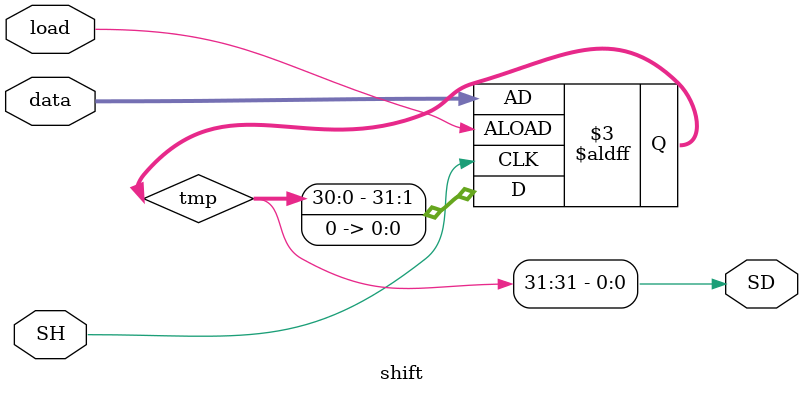
<source format=v>
module shift #(parameter nBits = 32)(load, SH, SD, data);
	input load, SH;
	input [nBits-1:0] data;
	output SD;
	
	reg [nBits-1:0] tmp;
	assign SD = tmp[nBits-1];
	
	initial tmp = 0;

	always @(posedge load, negedge SH) begin
		if (load) tmp <= data;
		else tmp <= {tmp[nBits-2:0], 1'b0};
	end
endmodule 

</source>
